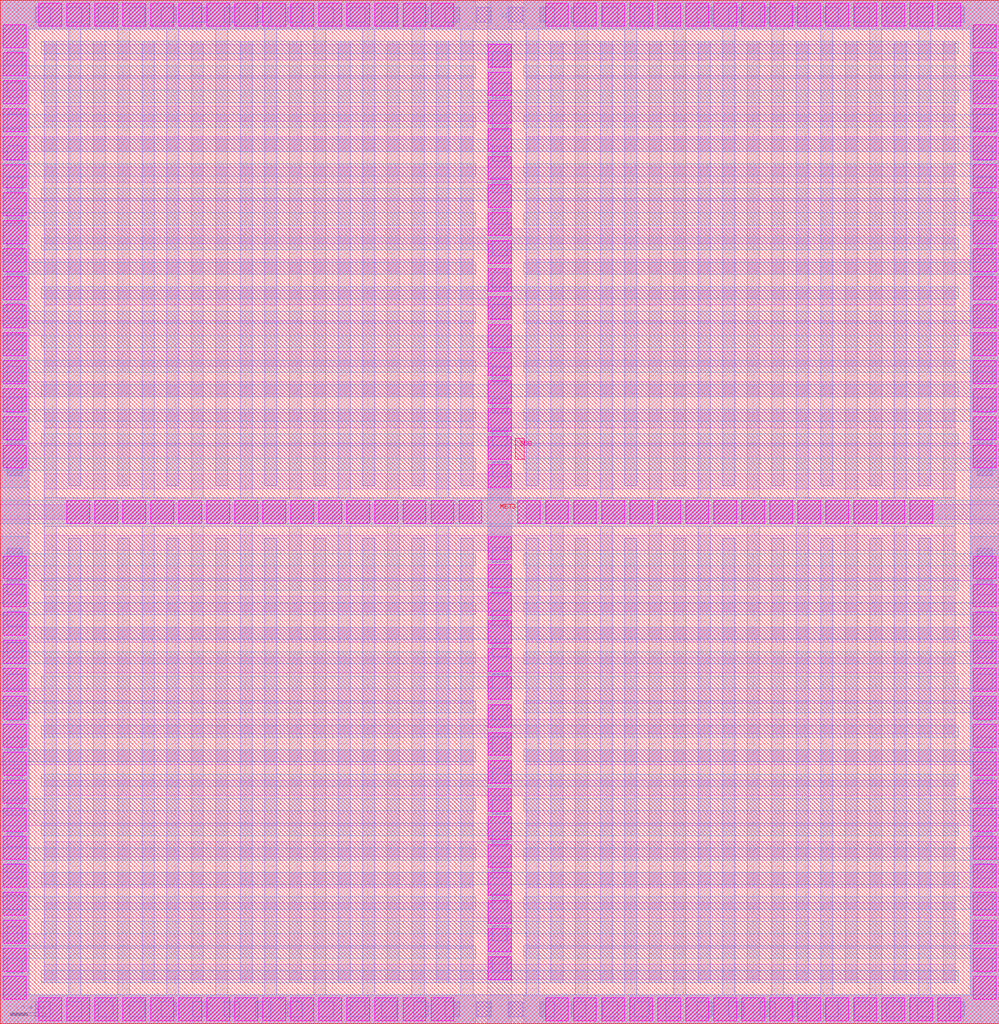
<source format=lef>
# Copyright 2020 The SkyWater PDK Authors
#
# Licensed under the Apache License, Version 2.0 (the "License");
# you may not use this file except in compliance with the License.
# You may obtain a copy of the License at
#
#     https://www.apache.org/licenses/LICENSE-2.0
#
# Unless required by applicable law or agreed to in writing, software
# distributed under the License is distributed on an "AS IS" BASIS,
# WITHOUT WARRANTIES OR CONDITIONS OF ANY KIND, either express or implied.
# See the License for the specific language governing permissions and
# limitations under the License.
#
# SPDX-License-Identifier: Apache-2.0

VERSION 5.7 ;
  NOWIREEXTENSIONATPIN ON ;
  DIVIDERCHAR "/" ;
  BUSBITCHARS "[]" ;
MACRO sky130_fd_pr__cap_vpp_11p5x11p7_l1m1m2_shieldpom3
  CLASS BLOCK ;
  FOREIGN sky130_fd_pr__cap_vpp_11p5x11p7_l1m1m2_shieldpom3 ;
  ORIGIN  0.000000  0.000000 ;
  SIZE  11.41000 BY  11.69000 ;
  PIN C0
    PORT
      LAYER met2 ;
        RECT  0.000000  0.000000  5.430000  0.330000 ;
        RECT  0.000000  0.330000  0.330000  0.750000 ;
        RECT  0.000000  0.750000  5.430000  0.890000 ;
        RECT  0.000000  0.890000  0.330000  1.310000 ;
        RECT  0.000000  1.310000  5.430000  1.450000 ;
        RECT  0.000000  1.450000  0.330000  1.870000 ;
        RECT  0.000000  1.870000  5.430000  2.010000 ;
        RECT  0.000000  2.010000  0.330000  2.430000 ;
        RECT  0.000000  2.430000  5.430000  2.570000 ;
        RECT  0.000000  2.570000  0.330000  2.990000 ;
        RECT  0.000000  2.990000  5.430000  3.130000 ;
        RECT  0.000000  3.130000  0.330000  3.550000 ;
        RECT  0.000000  3.550000  5.430000  3.690000 ;
        RECT  0.000000  3.690000  0.330000  4.110000 ;
        RECT  0.000000  4.110000  5.430000  4.250000 ;
        RECT  0.000000  4.250000  0.330000  4.670000 ;
        RECT  0.000000  4.670000  5.430000  4.810000 ;
        RECT  0.000000  4.810000  0.330000  5.230000 ;
        RECT  0.000000  5.230000  5.430000  5.370000 ;
        RECT  0.000000  5.370000  0.330000  5.570000 ;
        RECT  0.000000  6.120000  0.330000  6.320000 ;
        RECT  0.000000  6.320000  5.430000  6.460000 ;
        RECT  0.000000  6.460000  0.330000  6.880000 ;
        RECT  0.000000  6.880000  5.430000  7.020000 ;
        RECT  0.000000  7.020000  0.330000  7.440000 ;
        RECT  0.000000  7.440000  5.430000  7.580000 ;
        RECT  0.000000  7.580000  0.330000  8.000000 ;
        RECT  0.000000  8.000000  5.430000  8.140000 ;
        RECT  0.000000  8.140000  0.330000  8.560000 ;
        RECT  0.000000  8.560000  5.430000  8.700000 ;
        RECT  0.000000  8.700000  0.330000  9.120000 ;
        RECT  0.000000  9.120000  5.430000  9.260000 ;
        RECT  0.000000  9.260000  0.330000  9.680000 ;
        RECT  0.000000  9.680000  5.430000  9.820000 ;
        RECT  0.000000  9.820000  0.330000 10.240000 ;
        RECT  0.000000 10.240000  5.430000 10.380000 ;
        RECT  0.000000 10.380000  0.330000 10.800000 ;
        RECT  0.000000 10.800000  5.430000 10.940000 ;
        RECT  0.000000 10.940000  0.330000 11.360000 ;
        RECT  0.000000 11.360000  5.430000 11.690000 ;
        RECT  5.980000  0.000000 11.410000  0.330000 ;
        RECT  5.980000  0.750000 11.410000  0.890000 ;
        RECT  5.980000  1.310000 11.410000  1.450000 ;
        RECT  5.980000  1.870000 11.410000  2.010000 ;
        RECT  5.980000  2.430000 11.410000  2.570000 ;
        RECT  5.980000  2.990000 11.410000  3.130000 ;
        RECT  5.980000  3.550000 11.410000  3.690000 ;
        RECT  5.980000  4.110000 11.410000  4.250000 ;
        RECT  5.980000  4.670000 11.410000  4.810000 ;
        RECT  5.980000  5.230000 11.410000  5.370000 ;
        RECT  5.980000  6.320000 11.410000  6.460000 ;
        RECT  5.980000  6.880000 11.410000  7.020000 ;
        RECT  5.980000  7.440000 11.410000  7.580000 ;
        RECT  5.980000  8.000000 11.410000  8.140000 ;
        RECT  5.980000  8.560000 11.410000  8.700000 ;
        RECT  5.980000  9.120000 11.410000  9.260000 ;
        RECT  5.980000  9.680000 11.410000  9.820000 ;
        RECT  5.980000 10.240000 11.410000 10.380000 ;
        RECT  5.980000 10.800000 11.410000 10.940000 ;
        RECT  5.980000 11.360000 11.410000 11.690000 ;
        RECT 11.080000  0.330000 11.410000  0.750000 ;
        RECT 11.080000  0.890000 11.410000  1.310000 ;
        RECT 11.080000  1.450000 11.410000  1.870000 ;
        RECT 11.080000  2.010000 11.410000  2.430000 ;
        RECT 11.080000  2.570000 11.410000  2.990000 ;
        RECT 11.080000  3.130000 11.410000  3.550000 ;
        RECT 11.080000  3.690000 11.410000  4.110000 ;
        RECT 11.080000  4.250000 11.410000  4.670000 ;
        RECT 11.080000  4.810000 11.410000  5.230000 ;
        RECT 11.080000  5.370000 11.410000  5.570000 ;
        RECT 11.080000  6.120000 11.410000  6.320000 ;
        RECT 11.080000  6.460000 11.410000  6.880000 ;
        RECT 11.080000  7.020000 11.410000  7.440000 ;
        RECT 11.080000  7.580000 11.410000  8.000000 ;
        RECT 11.080000  8.140000 11.410000  8.560000 ;
        RECT 11.080000  8.700000 11.410000  9.120000 ;
        RECT 11.080000  9.260000 11.410000  9.680000 ;
        RECT 11.080000  9.820000 11.410000 10.240000 ;
        RECT 11.080000 10.380000 11.410000 10.800000 ;
        RECT 11.080000 10.940000 11.410000 11.360000 ;
    END
  END C0
  PIN C1
    PORT
      LAYER met2 ;
        RECT 0.000000  5.710000 11.410000  5.980000 ;
        RECT 0.470000  0.470000 10.940000  0.610000 ;
        RECT 0.470000  1.030000 10.940000  1.170000 ;
        RECT 0.470000  1.590000 10.940000  1.730000 ;
        RECT 0.470000  2.150000 10.940000  2.290000 ;
        RECT 0.470000  2.710000 10.940000  2.850000 ;
        RECT 0.470000  3.270000 10.940000  3.410000 ;
        RECT 0.470000  3.830000 10.940000  3.970000 ;
        RECT 0.470000  4.390000 10.940000  4.530000 ;
        RECT 0.470000  4.950000 10.940000  5.090000 ;
        RECT 0.470000  6.600000 10.940000  6.740000 ;
        RECT 0.470000  7.160000 10.940000  7.300000 ;
        RECT 0.470000  7.720000 10.940000  7.860000 ;
        RECT 0.470000  8.280000 10.940000  8.420000 ;
        RECT 0.470000  8.840000 10.940000  8.980000 ;
        RECT 0.470000  9.400000 10.940000  9.540000 ;
        RECT 0.470000  9.960000 10.940000 10.100000 ;
        RECT 0.470000 10.520000 10.940000 10.660000 ;
        RECT 0.470000 11.080000 10.940000 11.220000 ;
        RECT 5.570000  0.000000  5.840000  0.470000 ;
        RECT 5.570000  0.610000  5.840000  1.030000 ;
        RECT 5.570000  1.170000  5.840000  1.590000 ;
        RECT 5.570000  1.730000  5.840000  2.150000 ;
        RECT 5.570000  2.290000  5.840000  2.710000 ;
        RECT 5.570000  2.850000  5.840000  3.270000 ;
        RECT 5.570000  3.410000  5.840000  3.830000 ;
        RECT 5.570000  3.970000  5.840000  4.390000 ;
        RECT 5.570000  4.530000  5.840000  4.950000 ;
        RECT 5.570000  5.090000  5.840000  5.710000 ;
        RECT 5.570000  5.980000  5.840000  6.600000 ;
        RECT 5.570000  6.740000  5.840000  7.160000 ;
        RECT 5.570000  7.300000  5.840000  7.720000 ;
        RECT 5.570000  7.860000  5.840000  8.280000 ;
        RECT 5.570000  8.420000  5.840000  8.840000 ;
        RECT 5.570000  8.980000  5.840000  9.400000 ;
        RECT 5.570000  9.540000  5.840000  9.960000 ;
        RECT 5.570000 10.100000  5.840000 10.520000 ;
        RECT 5.570000 10.660000  5.840000 11.080000 ;
        RECT 5.570000 11.220000  5.840000 11.690000 ;
    END
  END C1
  PIN MET3
    PORT
      LAYER met3 ;
        RECT 0.000000 0.000000 11.410000 11.690000 ;
    END
  END MET3
  PIN SUB
    PORT
      LAYER pwell ;
        RECT 5.880000 6.445000 5.985000 6.690000 ;
    END
  END SUB
  OBS
    LAYER li1 ;
      RECT  0.000000  0.000000 11.410000  0.330000 ;
      RECT  0.000000  0.330000  0.330000  0.860000 ;
      RECT  0.000000  0.860000  5.400000  1.030000 ;
      RECT  0.000000  1.030000  0.330000  1.560000 ;
      RECT  0.000000  1.560000  5.400000  1.730000 ;
      RECT  0.000000  1.730000  0.330000  2.260000 ;
      RECT  0.000000  2.260000  5.400000  2.430000 ;
      RECT  0.000000  2.430000  0.330000  2.960000 ;
      RECT  0.000000  2.960000  5.400000  3.130000 ;
      RECT  0.000000  3.130000  0.330000  3.660000 ;
      RECT  0.000000  3.660000  5.400000  3.830000 ;
      RECT  0.000000  3.830000  0.330000  4.360000 ;
      RECT  0.000000  4.360000  5.400000  4.530000 ;
      RECT  0.000000  4.530000  0.330000  5.060000 ;
      RECT  0.000000  5.060000  5.400000  5.230000 ;
      RECT  0.000000  5.230000  0.330000  5.760000 ;
      RECT  0.000000  5.760000  5.400000  5.930000 ;
      RECT  0.000000  5.930000  0.330000  6.460000 ;
      RECT  0.000000  6.460000  5.400000  6.630000 ;
      RECT  0.000000  6.630000  0.330000  7.160000 ;
      RECT  0.000000  7.160000  5.400000  7.330000 ;
      RECT  0.000000  7.330000  0.330000  7.860000 ;
      RECT  0.000000  7.860000  5.400000  8.030000 ;
      RECT  0.000000  8.030000  0.330000  8.560000 ;
      RECT  0.000000  8.560000  5.400000  8.730000 ;
      RECT  0.000000  8.730000  0.330000  9.260000 ;
      RECT  0.000000  9.260000  5.400000  9.430000 ;
      RECT  0.000000  9.430000  0.330000  9.960000 ;
      RECT  0.000000  9.960000  5.400000 10.130000 ;
      RECT  0.000000 10.130000  0.330000 10.660000 ;
      RECT  0.000000 10.660000  5.400000 10.830000 ;
      RECT  0.000000 10.830000  0.330000 11.360000 ;
      RECT  0.000000 11.360000 11.410000 11.690000 ;
      RECT  0.500000  0.510000 10.905000  0.680000 ;
      RECT  0.500000  1.210000 10.905000  1.380000 ;
      RECT  0.500000  1.910000 10.905000  2.080000 ;
      RECT  0.500000  2.610000 10.905000  2.780000 ;
      RECT  0.500000  3.310000 10.905000  3.480000 ;
      RECT  0.500000  4.010000 10.905000  4.180000 ;
      RECT  0.500000  4.710000 10.905000  4.880000 ;
      RECT  0.500000  5.410000 10.905000  5.580000 ;
      RECT  0.500000  6.110000 10.905000  6.280000 ;
      RECT  0.500000  6.810000 10.905000  6.980000 ;
      RECT  0.500000  7.510000 10.905000  7.680000 ;
      RECT  0.500000  8.210000 10.905000  8.380000 ;
      RECT  0.500000  8.910000 10.905000  9.080000 ;
      RECT  0.500000  9.610000 10.905000  9.780000 ;
      RECT  0.500000 10.310000 10.905000 10.480000 ;
      RECT  0.500000 11.010000 10.905000 11.180000 ;
      RECT  5.570000  0.680000  5.840000  1.210000 ;
      RECT  5.570000  1.380000  5.840000  1.910000 ;
      RECT  5.570000  2.080000  5.840000  2.610000 ;
      RECT  5.570000  2.780000  5.840000  3.310000 ;
      RECT  5.570000  3.480000  5.840000  4.010000 ;
      RECT  5.570000  4.180000  5.840000  4.710000 ;
      RECT  5.570000  4.880000  5.840000  5.410000 ;
      RECT  5.570000  5.580000  5.840000  6.110000 ;
      RECT  5.570000  6.280000  5.840000  6.810000 ;
      RECT  5.570000  6.980000  5.840000  7.510000 ;
      RECT  5.570000  7.680000  5.840000  8.210000 ;
      RECT  5.570000  8.380000  5.840000  8.910000 ;
      RECT  5.570000  9.080000  5.840000  9.610000 ;
      RECT  5.570000  9.780000  5.840000 10.310000 ;
      RECT  5.570000 10.480000  5.840000 11.010000 ;
      RECT  6.010000  0.860000 11.410000  1.030000 ;
      RECT  6.010000  1.560000 11.410000  1.730000 ;
      RECT  6.010000  2.260000 11.410000  2.430000 ;
      RECT  6.010000  2.960000 11.410000  3.130000 ;
      RECT  6.010000  3.660000 11.410000  3.830000 ;
      RECT  6.010000  4.360000 11.410000  4.530000 ;
      RECT  6.010000  5.060000 11.410000  5.230000 ;
      RECT  6.010000  5.760000 11.410000  5.930000 ;
      RECT  6.010000  6.460000 11.410000  6.630000 ;
      RECT  6.010000  7.160000 11.410000  7.330000 ;
      RECT  6.010000  7.860000 11.410000  8.030000 ;
      RECT  6.010000  8.560000 11.410000  8.730000 ;
      RECT  6.010000  9.260000 11.410000  9.430000 ;
      RECT  6.010000  9.960000 11.410000 10.130000 ;
      RECT  6.010000 10.660000 11.410000 10.830000 ;
      RECT 11.080000  0.330000 11.410000  0.860000 ;
      RECT 11.080000  1.030000 11.410000  1.560000 ;
      RECT 11.080000  1.730000 11.410000  2.260000 ;
      RECT 11.080000  2.430000 11.410000  2.960000 ;
      RECT 11.080000  3.130000 11.410000  3.660000 ;
      RECT 11.080000  3.830000 11.410000  4.360000 ;
      RECT 11.080000  4.530000 11.410000  5.060000 ;
      RECT 11.080000  5.230000 11.410000  5.760000 ;
      RECT 11.080000  5.930000 11.410000  6.460000 ;
      RECT 11.080000  6.630000 11.410000  7.160000 ;
      RECT 11.080000  7.330000 11.410000  7.860000 ;
      RECT 11.080000  8.030000 11.410000  8.560000 ;
      RECT 11.080000  8.730000 11.410000  9.260000 ;
      RECT 11.080000  9.430000 11.410000  9.960000 ;
      RECT 11.080000 10.130000 11.410000 10.660000 ;
      RECT 11.080000 10.830000 11.410000 11.360000 ;
    LAYER mcon ;
      RECT  0.080000  0.580000  0.250000  0.750000 ;
      RECT  0.080000  0.940000  0.250000  1.110000 ;
      RECT  0.080000  1.300000  0.250000  1.470000 ;
      RECT  0.080000  1.660000  0.250000  1.830000 ;
      RECT  0.080000  2.020000  0.250000  2.190000 ;
      RECT  0.080000  2.380000  0.250000  2.550000 ;
      RECT  0.080000  2.740000  0.250000  2.910000 ;
      RECT  0.080000  3.100000  0.250000  3.270000 ;
      RECT  0.080000  3.460000  0.250000  3.630000 ;
      RECT  0.080000  3.820000  0.250000  3.990000 ;
      RECT  0.080000  4.180000  0.250000  4.350000 ;
      RECT  0.080000  4.540000  0.250000  4.710000 ;
      RECT  0.080000  4.900000  0.250000  5.070000 ;
      RECT  0.080000  5.260000  0.250000  5.430000 ;
      RECT  0.080000  6.260000  0.250000  6.430000 ;
      RECT  0.080000  6.620000  0.250000  6.790000 ;
      RECT  0.080000  6.980000  0.250000  7.150000 ;
      RECT  0.080000  7.340000  0.250000  7.510000 ;
      RECT  0.080000  7.700000  0.250000  7.870000 ;
      RECT  0.080000  8.060000  0.250000  8.230000 ;
      RECT  0.080000  8.420000  0.250000  8.590000 ;
      RECT  0.080000  8.780000  0.250000  8.950000 ;
      RECT  0.080000  9.140000  0.250000  9.310000 ;
      RECT  0.080000  9.500000  0.250000  9.670000 ;
      RECT  0.080000  9.860000  0.250000 10.030000 ;
      RECT  0.080000 10.220000  0.250000 10.390000 ;
      RECT  0.080000 10.580000  0.250000 10.750000 ;
      RECT  0.080000 10.940000  0.250000 11.110000 ;
      RECT  0.400000  0.080000  0.570000  0.250000 ;
      RECT  0.400000 11.440000  0.570000 11.610000 ;
      RECT  0.760000  0.080000  0.930000  0.250000 ;
      RECT  0.760000 11.440000  0.930000 11.610000 ;
      RECT  1.120000  0.080000  1.290000  0.250000 ;
      RECT  1.120000 11.440000  1.290000 11.610000 ;
      RECT  1.480000  0.080000  1.650000  0.250000 ;
      RECT  1.480000 11.440000  1.650000 11.610000 ;
      RECT  1.840000  0.080000  2.010000  0.250000 ;
      RECT  1.840000 11.440000  2.010000 11.610000 ;
      RECT  2.200000  0.080000  2.370000  0.250000 ;
      RECT  2.200000 11.440000  2.370000 11.610000 ;
      RECT  2.560000  0.080000  2.730000  0.250000 ;
      RECT  2.560000 11.440000  2.730000 11.610000 ;
      RECT  2.920000  0.080000  3.090000  0.250000 ;
      RECT  2.920000 11.440000  3.090000 11.610000 ;
      RECT  3.280000  0.080000  3.450000  0.250000 ;
      RECT  3.280000 11.440000  3.450000 11.610000 ;
      RECT  3.640000  0.080000  3.810000  0.250000 ;
      RECT  3.640000 11.440000  3.810000 11.610000 ;
      RECT  4.000000  0.080000  4.170000  0.250000 ;
      RECT  4.000000 11.440000  4.170000 11.610000 ;
      RECT  4.360000  0.080000  4.530000  0.250000 ;
      RECT  4.360000 11.440000  4.530000 11.610000 ;
      RECT  4.720000  0.080000  4.890000  0.250000 ;
      RECT  4.720000 11.440000  4.890000 11.610000 ;
      RECT  5.080000  0.080000  5.250000  0.250000 ;
      RECT  5.080000 11.440000  5.250000 11.610000 ;
      RECT  5.440000  0.080000  5.610000  0.250000 ;
      RECT  5.440000 11.440000  5.610000 11.610000 ;
      RECT  5.620000  0.590000  5.790000  0.760000 ;
      RECT  5.620000  0.950000  5.790000  1.120000 ;
      RECT  5.620000  1.310000  5.790000  1.480000 ;
      RECT  5.620000  1.670000  5.790000  1.840000 ;
      RECT  5.620000  2.030000  5.790000  2.200000 ;
      RECT  5.620000  2.390000  5.790000  2.560000 ;
      RECT  5.620000  2.750000  5.790000  2.920000 ;
      RECT  5.620000  3.110000  5.790000  3.280000 ;
      RECT  5.620000  3.470000  5.790000  3.640000 ;
      RECT  5.620000  3.830000  5.790000  4.000000 ;
      RECT  5.620000  4.190000  5.790000  4.360000 ;
      RECT  5.620000  4.550000  5.790000  4.720000 ;
      RECT  5.620000  4.910000  5.790000  5.080000 ;
      RECT  5.620000  5.270000  5.790000  5.440000 ;
      RECT  5.620000  6.250000  5.790000  6.420000 ;
      RECT  5.620000  6.610000  5.790000  6.780000 ;
      RECT  5.620000  6.970000  5.790000  7.140000 ;
      RECT  5.620000  7.330000  5.790000  7.500000 ;
      RECT  5.620000  7.690000  5.790000  7.860000 ;
      RECT  5.620000  8.050000  5.790000  8.220000 ;
      RECT  5.620000  8.410000  5.790000  8.580000 ;
      RECT  5.620000  8.770000  5.790000  8.940000 ;
      RECT  5.620000  9.130000  5.790000  9.300000 ;
      RECT  5.620000  9.490000  5.790000  9.660000 ;
      RECT  5.620000  9.850000  5.790000 10.020000 ;
      RECT  5.620000 10.210000  5.790000 10.380000 ;
      RECT  5.620000 10.570000  5.790000 10.740000 ;
      RECT  5.620000 10.930000  5.790000 11.100000 ;
      RECT  5.800000  0.080000  5.970000  0.250000 ;
      RECT  5.800000 11.440000  5.970000 11.610000 ;
      RECT  6.160000  0.080000  6.330000  0.250000 ;
      RECT  6.160000 11.440000  6.330000 11.610000 ;
      RECT  6.520000  0.080000  6.690000  0.250000 ;
      RECT  6.520000 11.440000  6.690000 11.610000 ;
      RECT  6.880000  0.080000  7.050000  0.250000 ;
      RECT  6.880000 11.440000  7.050000 11.610000 ;
      RECT  7.240000  0.080000  7.410000  0.250000 ;
      RECT  7.240000 11.440000  7.410000 11.610000 ;
      RECT  7.600000  0.080000  7.770000  0.250000 ;
      RECT  7.600000 11.440000  7.770000 11.610000 ;
      RECT  7.960000  0.080000  8.130000  0.250000 ;
      RECT  7.960000 11.440000  8.130000 11.610000 ;
      RECT  8.320000  0.080000  8.490000  0.250000 ;
      RECT  8.320000 11.440000  8.490000 11.610000 ;
      RECT  8.680000  0.080000  8.850000  0.250000 ;
      RECT  8.680000 11.440000  8.850000 11.610000 ;
      RECT  9.040000  0.080000  9.210000  0.250000 ;
      RECT  9.040000 11.440000  9.210000 11.610000 ;
      RECT  9.400000  0.080000  9.570000  0.250000 ;
      RECT  9.400000 11.440000  9.570000 11.610000 ;
      RECT  9.760000  0.080000  9.930000  0.250000 ;
      RECT  9.760000 11.440000  9.930000 11.610000 ;
      RECT 10.120000  0.080000 10.290000  0.250000 ;
      RECT 10.120000 11.440000 10.290000 11.610000 ;
      RECT 10.480000  0.080000 10.650000  0.250000 ;
      RECT 10.480000 11.440000 10.650000 11.610000 ;
      RECT 10.840000  0.080000 11.010000  0.250000 ;
      RECT 10.840000 11.440000 11.010000 11.610000 ;
      RECT 11.160000  0.580000 11.330000  0.750000 ;
      RECT 11.160000  0.940000 11.330000  1.110000 ;
      RECT 11.160000  1.300000 11.330000  1.470000 ;
      RECT 11.160000  1.660000 11.330000  1.830000 ;
      RECT 11.160000  2.020000 11.330000  2.190000 ;
      RECT 11.160000  2.380000 11.330000  2.550000 ;
      RECT 11.160000  2.740000 11.330000  2.910000 ;
      RECT 11.160000  3.100000 11.330000  3.270000 ;
      RECT 11.160000  3.460000 11.330000  3.630000 ;
      RECT 11.160000  3.820000 11.330000  3.990000 ;
      RECT 11.160000  4.180000 11.330000  4.350000 ;
      RECT 11.160000  4.540000 11.330000  4.710000 ;
      RECT 11.160000  4.900000 11.330000  5.070000 ;
      RECT 11.160000  5.260000 11.330000  5.430000 ;
      RECT 11.160000  6.260000 11.330000  6.430000 ;
      RECT 11.160000  6.620000 11.330000  6.790000 ;
      RECT 11.160000  6.980000 11.330000  7.150000 ;
      RECT 11.160000  7.340000 11.330000  7.510000 ;
      RECT 11.160000  7.700000 11.330000  7.870000 ;
      RECT 11.160000  8.060000 11.330000  8.230000 ;
      RECT 11.160000  8.420000 11.330000  8.590000 ;
      RECT 11.160000  8.780000 11.330000  8.950000 ;
      RECT 11.160000  9.140000 11.330000  9.310000 ;
      RECT 11.160000  9.500000 11.330000  9.670000 ;
      RECT 11.160000  9.860000 11.330000 10.030000 ;
      RECT 11.160000 10.220000 11.330000 10.390000 ;
      RECT 11.160000 10.580000 11.330000 10.750000 ;
      RECT 11.160000 10.940000 11.330000 11.110000 ;
    LAYER met1 ;
      RECT  0.000000  0.000000 11.410000  0.330000 ;
      RECT  0.000000  0.330000  0.330000 11.360000 ;
      RECT  0.000000 11.360000 11.410000 11.690000 ;
      RECT  0.500000  0.470000  0.640000  5.685000 ;
      RECT  0.500000  5.685000 10.910000  6.005000 ;
      RECT  0.500000  6.005000  0.640000 11.220000 ;
      RECT  0.780000  0.330000  0.920000  5.545000 ;
      RECT  0.780000  6.145000  0.920000 11.360000 ;
      RECT  1.060000  0.470000  1.200000  5.685000 ;
      RECT  1.060000  6.005000  1.200000 11.220000 ;
      RECT  1.340000  0.330000  1.480000  5.545000 ;
      RECT  1.340000  6.145000  1.480000 11.360000 ;
      RECT  1.620000  0.470000  1.760000  5.685000 ;
      RECT  1.620000  6.005000  1.760000 11.220000 ;
      RECT  1.900000  0.330000  2.040000  5.545000 ;
      RECT  1.900000  6.145000  2.040000 11.360000 ;
      RECT  2.180000  0.470000  2.320000  5.685000 ;
      RECT  2.180000  6.005000  2.320000 11.220000 ;
      RECT  2.460000  0.330000  2.600000  5.545000 ;
      RECT  2.460000  6.145000  2.600000 11.360000 ;
      RECT  2.740000  0.470000  2.880000  5.685000 ;
      RECT  2.740000  6.005000  2.880000 11.220000 ;
      RECT  3.020000  0.330000  3.160000  5.545000 ;
      RECT  3.020000  6.145000  3.160000 11.360000 ;
      RECT  3.300000  0.470000  3.440000  5.685000 ;
      RECT  3.300000  6.005000  3.440000 11.220000 ;
      RECT  3.580000  0.330000  3.720000  5.545000 ;
      RECT  3.580000  6.145000  3.720000 11.360000 ;
      RECT  3.860000  0.470000  4.000000  5.685000 ;
      RECT  3.860000  6.005000  4.000000 11.220000 ;
      RECT  4.140000  0.330000  4.280000  5.545000 ;
      RECT  4.140000  6.145000  4.280000 11.360000 ;
      RECT  4.420000  0.470000  4.560000  5.685000 ;
      RECT  4.420000  6.005000  4.560000 11.220000 ;
      RECT  4.700000  0.330000  4.840000  5.545000 ;
      RECT  4.700000  6.145000  4.840000 11.360000 ;
      RECT  4.980000  0.470000  5.120000  5.685000 ;
      RECT  4.980000  6.005000  5.120000 11.220000 ;
      RECT  5.260000  0.330000  5.400000  5.545000 ;
      RECT  5.260000  6.145000  5.400000 11.360000 ;
      RECT  5.570000  0.470000  5.840000  5.685000 ;
      RECT  5.570000  6.005000  5.840000 11.220000 ;
      RECT  6.010000  0.330000  6.150000  5.545000 ;
      RECT  6.010000  6.145000  6.150000 11.360000 ;
      RECT  6.290000  0.470000  6.430000  5.685000 ;
      RECT  6.290000  6.005000  6.430000 11.220000 ;
      RECT  6.570000  0.330000  6.710000  5.545000 ;
      RECT  6.570000  6.145000  6.710000 11.360000 ;
      RECT  6.850000  0.470000  6.990000  5.685000 ;
      RECT  6.850000  6.005000  6.990000 11.220000 ;
      RECT  7.130000  0.330000  7.270000  5.545000 ;
      RECT  7.130000  6.145000  7.270000 11.360000 ;
      RECT  7.410000  0.470000  7.550000  5.685000 ;
      RECT  7.410000  6.005000  7.550000 11.220000 ;
      RECT  7.690000  0.330000  7.830000  5.545000 ;
      RECT  7.690000  6.145000  7.830000 11.360000 ;
      RECT  7.970000  0.470000  8.110000  5.685000 ;
      RECT  7.970000  6.005000  8.110000 11.220000 ;
      RECT  8.250000  0.330000  8.390000  5.545000 ;
      RECT  8.250000  6.145000  8.390000 11.360000 ;
      RECT  8.530000  0.470000  8.670000  5.685000 ;
      RECT  8.530000  6.005000  8.670000 11.220000 ;
      RECT  8.810000  0.330000  8.950000  5.545000 ;
      RECT  8.810000  6.145000  8.950000 11.360000 ;
      RECT  9.090000  0.470000  9.230000  5.685000 ;
      RECT  9.090000  6.005000  9.230000 11.220000 ;
      RECT  9.370000  0.330000  9.510000  5.545000 ;
      RECT  9.370000  6.145000  9.510000 11.360000 ;
      RECT  9.650000  0.470000  9.790000  5.685000 ;
      RECT  9.650000  6.005000  9.790000 11.220000 ;
      RECT  9.930000  0.330000 10.070000  5.545000 ;
      RECT  9.930000  6.145000 10.070000 11.360000 ;
      RECT 10.210000  0.470000 10.350000  5.685000 ;
      RECT 10.210000  6.005000 10.350000 11.220000 ;
      RECT 10.490000  0.330000 10.630000  5.545000 ;
      RECT 10.490000  6.145000 10.630000 11.360000 ;
      RECT 10.770000  0.470000 10.910000  5.685000 ;
      RECT 10.770000  6.005000 10.910000 11.220000 ;
      RECT 11.080000  0.330000 11.410000 11.360000 ;
    LAYER via ;
      RECT  0.035000  0.280000  0.295000  0.540000 ;
      RECT  0.035000  0.600000  0.295000  0.860000 ;
      RECT  0.035000  0.920000  0.295000  1.180000 ;
      RECT  0.035000  1.240000  0.295000  1.500000 ;
      RECT  0.035000  1.560000  0.295000  1.820000 ;
      RECT  0.035000  1.880000  0.295000  2.140000 ;
      RECT  0.035000  2.200000  0.295000  2.460000 ;
      RECT  0.035000  2.520000  0.295000  2.780000 ;
      RECT  0.035000  2.840000  0.295000  3.100000 ;
      RECT  0.035000  3.160000  0.295000  3.420000 ;
      RECT  0.035000  3.480000  0.295000  3.740000 ;
      RECT  0.035000  3.800000  0.295000  4.060000 ;
      RECT  0.035000  4.120000  0.295000  4.380000 ;
      RECT  0.035000  4.440000  0.295000  4.700000 ;
      RECT  0.035000  4.760000  0.295000  5.020000 ;
      RECT  0.035000  5.080000  0.295000  5.340000 ;
      RECT  0.035000  6.350000  0.295000  6.610000 ;
      RECT  0.035000  6.670000  0.295000  6.930000 ;
      RECT  0.035000  6.990000  0.295000  7.250000 ;
      RECT  0.035000  7.310000  0.295000  7.570000 ;
      RECT  0.035000  7.630000  0.295000  7.890000 ;
      RECT  0.035000  7.950000  0.295000  8.210000 ;
      RECT  0.035000  8.270000  0.295000  8.530000 ;
      RECT  0.035000  8.590000  0.295000  8.850000 ;
      RECT  0.035000  8.910000  0.295000  9.170000 ;
      RECT  0.035000  9.230000  0.295000  9.490000 ;
      RECT  0.035000  9.550000  0.295000  9.810000 ;
      RECT  0.035000  9.870000  0.295000 10.130000 ;
      RECT  0.035000 10.190000  0.295000 10.450000 ;
      RECT  0.035000 10.510000  0.295000 10.770000 ;
      RECT  0.035000 10.830000  0.295000 11.090000 ;
      RECT  0.035000 11.150000  0.295000 11.410000 ;
      RECT  0.440000  0.035000  0.700000  0.295000 ;
      RECT  0.440000 11.395000  0.700000 11.655000 ;
      RECT  0.760000  0.035000  1.020000  0.295000 ;
      RECT  0.760000  5.715000  1.020000  5.975000 ;
      RECT  0.760000 11.395000  1.020000 11.655000 ;
      RECT  1.080000  0.035000  1.340000  0.295000 ;
      RECT  1.080000  5.715000  1.340000  5.975000 ;
      RECT  1.080000 11.395000  1.340000 11.655000 ;
      RECT  1.400000  0.035000  1.660000  0.295000 ;
      RECT  1.400000  5.715000  1.660000  5.975000 ;
      RECT  1.400000 11.395000  1.660000 11.655000 ;
      RECT  1.720000  0.035000  1.980000  0.295000 ;
      RECT  1.720000  5.715000  1.980000  5.975000 ;
      RECT  1.720000 11.395000  1.980000 11.655000 ;
      RECT  2.040000  0.035000  2.300000  0.295000 ;
      RECT  2.040000  5.715000  2.300000  5.975000 ;
      RECT  2.040000 11.395000  2.300000 11.655000 ;
      RECT  2.360000  0.035000  2.620000  0.295000 ;
      RECT  2.360000  5.715000  2.620000  5.975000 ;
      RECT  2.360000 11.395000  2.620000 11.655000 ;
      RECT  2.680000  0.035000  2.940000  0.295000 ;
      RECT  2.680000  5.715000  2.940000  5.975000 ;
      RECT  2.680000 11.395000  2.940000 11.655000 ;
      RECT  3.000000  0.035000  3.260000  0.295000 ;
      RECT  3.000000  5.715000  3.260000  5.975000 ;
      RECT  3.000000 11.395000  3.260000 11.655000 ;
      RECT  3.320000  0.035000  3.580000  0.295000 ;
      RECT  3.320000  5.715000  3.580000  5.975000 ;
      RECT  3.320000 11.395000  3.580000 11.655000 ;
      RECT  3.640000  0.035000  3.900000  0.295000 ;
      RECT  3.640000  5.715000  3.900000  5.975000 ;
      RECT  3.640000 11.395000  3.900000 11.655000 ;
      RECT  3.960000  0.035000  4.220000  0.295000 ;
      RECT  3.960000  5.715000  4.220000  5.975000 ;
      RECT  3.960000 11.395000  4.220000 11.655000 ;
      RECT  4.280000  0.035000  4.540000  0.295000 ;
      RECT  4.280000  5.715000  4.540000  5.975000 ;
      RECT  4.280000 11.395000  4.540000 11.655000 ;
      RECT  4.600000  0.035000  4.860000  0.295000 ;
      RECT  4.600000  5.715000  4.860000  5.975000 ;
      RECT  4.600000 11.395000  4.860000 11.655000 ;
      RECT  4.920000  0.035000  5.180000  0.295000 ;
      RECT  4.920000  5.715000  5.180000  5.975000 ;
      RECT  4.920000 11.395000  5.180000 11.655000 ;
      RECT  5.240000  5.715000  5.500000  5.975000 ;
      RECT  5.575000  0.505000  5.835000  0.765000 ;
      RECT  5.575000  0.825000  5.835000  1.085000 ;
      RECT  5.575000  1.145000  5.835000  1.405000 ;
      RECT  5.575000  1.465000  5.835000  1.725000 ;
      RECT  5.575000  1.785000  5.835000  2.045000 ;
      RECT  5.575000  2.105000  5.835000  2.365000 ;
      RECT  5.575000  2.425000  5.835000  2.685000 ;
      RECT  5.575000  2.745000  5.835000  3.005000 ;
      RECT  5.575000  3.065000  5.835000  3.325000 ;
      RECT  5.575000  3.385000  5.835000  3.645000 ;
      RECT  5.575000  3.705000  5.835000  3.965000 ;
      RECT  5.575000  4.025000  5.835000  4.285000 ;
      RECT  5.575000  4.345000  5.835000  4.605000 ;
      RECT  5.575000  4.665000  5.835000  4.925000 ;
      RECT  5.575000  4.985000  5.835000  5.245000 ;
      RECT  5.575000  5.305000  5.835000  5.565000 ;
      RECT  5.575000  6.125000  5.835000  6.385000 ;
      RECT  5.575000  6.445000  5.835000  6.705000 ;
      RECT  5.575000  6.765000  5.835000  7.025000 ;
      RECT  5.575000  7.085000  5.835000  7.345000 ;
      RECT  5.575000  7.405000  5.835000  7.665000 ;
      RECT  5.575000  7.725000  5.835000  7.985000 ;
      RECT  5.575000  8.045000  5.835000  8.305000 ;
      RECT  5.575000  8.365000  5.835000  8.625000 ;
      RECT  5.575000  8.685000  5.835000  8.945000 ;
      RECT  5.575000  9.005000  5.835000  9.265000 ;
      RECT  5.575000  9.325000  5.835000  9.585000 ;
      RECT  5.575000  9.645000  5.835000  9.905000 ;
      RECT  5.575000  9.965000  5.835000 10.225000 ;
      RECT  5.575000 10.285000  5.835000 10.545000 ;
      RECT  5.575000 10.605000  5.835000 10.865000 ;
      RECT  5.575000 10.925000  5.835000 11.185000 ;
      RECT  5.910000  5.715000  6.170000  5.975000 ;
      RECT  6.230000  0.035000  6.490000  0.295000 ;
      RECT  6.230000  5.715000  6.490000  5.975000 ;
      RECT  6.230000 11.395000  6.490000 11.655000 ;
      RECT  6.550000  0.035000  6.810000  0.295000 ;
      RECT  6.550000  5.715000  6.810000  5.975000 ;
      RECT  6.550000 11.395000  6.810000 11.655000 ;
      RECT  6.870000  0.035000  7.130000  0.295000 ;
      RECT  6.870000  5.715000  7.130000  5.975000 ;
      RECT  6.870000 11.395000  7.130000 11.655000 ;
      RECT  7.190000  0.035000  7.450000  0.295000 ;
      RECT  7.190000  5.715000  7.450000  5.975000 ;
      RECT  7.190000 11.395000  7.450000 11.655000 ;
      RECT  7.510000  0.035000  7.770000  0.295000 ;
      RECT  7.510000  5.715000  7.770000  5.975000 ;
      RECT  7.510000 11.395000  7.770000 11.655000 ;
      RECT  7.830000  0.035000  8.090000  0.295000 ;
      RECT  7.830000  5.715000  8.090000  5.975000 ;
      RECT  7.830000 11.395000  8.090000 11.655000 ;
      RECT  8.150000  0.035000  8.410000  0.295000 ;
      RECT  8.150000  5.715000  8.410000  5.975000 ;
      RECT  8.150000 11.395000  8.410000 11.655000 ;
      RECT  8.470000  0.035000  8.730000  0.295000 ;
      RECT  8.470000  5.715000  8.730000  5.975000 ;
      RECT  8.470000 11.395000  8.730000 11.655000 ;
      RECT  8.790000  0.035000  9.050000  0.295000 ;
      RECT  8.790000  5.715000  9.050000  5.975000 ;
      RECT  8.790000 11.395000  9.050000 11.655000 ;
      RECT  9.110000  0.035000  9.370000  0.295000 ;
      RECT  9.110000  5.715000  9.370000  5.975000 ;
      RECT  9.110000 11.395000  9.370000 11.655000 ;
      RECT  9.430000  0.035000  9.690000  0.295000 ;
      RECT  9.430000  5.715000  9.690000  5.975000 ;
      RECT  9.430000 11.395000  9.690000 11.655000 ;
      RECT  9.750000  0.035000 10.010000  0.295000 ;
      RECT  9.750000  5.715000 10.010000  5.975000 ;
      RECT  9.750000 11.395000 10.010000 11.655000 ;
      RECT 10.070000  0.035000 10.330000  0.295000 ;
      RECT 10.070000  5.715000 10.330000  5.975000 ;
      RECT 10.070000 11.395000 10.330000 11.655000 ;
      RECT 10.390000  0.035000 10.650000  0.295000 ;
      RECT 10.390000  5.715000 10.650000  5.975000 ;
      RECT 10.390000 11.395000 10.650000 11.655000 ;
      RECT 10.710000  0.035000 10.970000  0.295000 ;
      RECT 10.710000 11.395000 10.970000 11.655000 ;
      RECT 11.115000  0.280000 11.375000  0.540000 ;
      RECT 11.115000  0.600000 11.375000  0.860000 ;
      RECT 11.115000  0.920000 11.375000  1.180000 ;
      RECT 11.115000  1.240000 11.375000  1.500000 ;
      RECT 11.115000  1.560000 11.375000  1.820000 ;
      RECT 11.115000  1.880000 11.375000  2.140000 ;
      RECT 11.115000  2.200000 11.375000  2.460000 ;
      RECT 11.115000  2.520000 11.375000  2.780000 ;
      RECT 11.115000  2.840000 11.375000  3.100000 ;
      RECT 11.115000  3.160000 11.375000  3.420000 ;
      RECT 11.115000  3.480000 11.375000  3.740000 ;
      RECT 11.115000  3.800000 11.375000  4.060000 ;
      RECT 11.115000  4.120000 11.375000  4.380000 ;
      RECT 11.115000  4.440000 11.375000  4.700000 ;
      RECT 11.115000  4.760000 11.375000  5.020000 ;
      RECT 11.115000  5.080000 11.375000  5.340000 ;
      RECT 11.115000  6.350000 11.375000  6.610000 ;
      RECT 11.115000  6.670000 11.375000  6.930000 ;
      RECT 11.115000  6.990000 11.375000  7.250000 ;
      RECT 11.115000  7.310000 11.375000  7.570000 ;
      RECT 11.115000  7.630000 11.375000  7.890000 ;
      RECT 11.115000  7.950000 11.375000  8.210000 ;
      RECT 11.115000  8.270000 11.375000  8.530000 ;
      RECT 11.115000  8.590000 11.375000  8.850000 ;
      RECT 11.115000  8.910000 11.375000  9.170000 ;
      RECT 11.115000  9.230000 11.375000  9.490000 ;
      RECT 11.115000  9.550000 11.375000  9.810000 ;
      RECT 11.115000  9.870000 11.375000 10.130000 ;
      RECT 11.115000 10.190000 11.375000 10.450000 ;
      RECT 11.115000 10.510000 11.375000 10.770000 ;
      RECT 11.115000 10.830000 11.375000 11.090000 ;
      RECT 11.115000 11.150000 11.375000 11.410000 ;
  END
END sky130_fd_pr__cap_vpp_11p5x11p7_l1m1m2_shieldpom3
END LIBRARY

</source>
